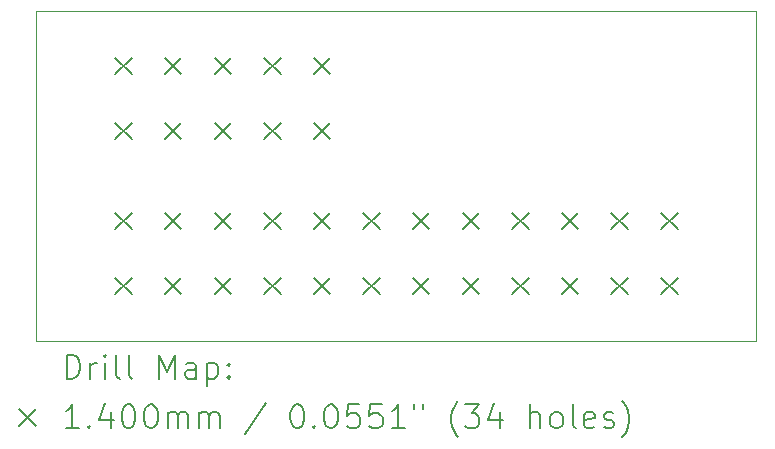
<source format=gbr>
%TF.GenerationSoftware,KiCad,Pcbnew,7.0.11*%
%TF.CreationDate,2024-08-14T14:51:31+09:00*%
%TF.ProjectId,mac_psu_atx_adapter,6d61635f-7073-4755-9f61-74785f616461,rev?*%
%TF.SameCoordinates,Original*%
%TF.FileFunction,Drillmap*%
%TF.FilePolarity,Positive*%
%FSLAX45Y45*%
G04 Gerber Fmt 4.5, Leading zero omitted, Abs format (unit mm)*
G04 Created by KiCad (PCBNEW 7.0.11) date 2024-08-14 14:51:31*
%MOMM*%
%LPD*%
G01*
G04 APERTURE LIST*
%ADD10C,0.100000*%
%ADD11C,0.200000*%
%ADD12C,0.140000*%
G04 APERTURE END LIST*
D10*
X11176000Y-8382000D02*
X17272000Y-8382000D01*
X17272000Y-11176000D01*
X11176000Y-11176000D01*
X11176000Y-8382000D01*
D11*
D12*
X11844000Y-8778000D02*
X11984000Y-8918000D01*
X11984000Y-8778000D02*
X11844000Y-8918000D01*
X11844000Y-9328000D02*
X11984000Y-9468000D01*
X11984000Y-9328000D02*
X11844000Y-9468000D01*
X11844000Y-10090000D02*
X11984000Y-10230000D01*
X11984000Y-10090000D02*
X11844000Y-10230000D01*
X11844000Y-10640000D02*
X11984000Y-10780000D01*
X11984000Y-10640000D02*
X11844000Y-10780000D01*
X12264000Y-8778000D02*
X12404000Y-8918000D01*
X12404000Y-8778000D02*
X12264000Y-8918000D01*
X12264000Y-9328000D02*
X12404000Y-9468000D01*
X12404000Y-9328000D02*
X12264000Y-9468000D01*
X12264000Y-10090000D02*
X12404000Y-10230000D01*
X12404000Y-10090000D02*
X12264000Y-10230000D01*
X12264000Y-10640000D02*
X12404000Y-10780000D01*
X12404000Y-10640000D02*
X12264000Y-10780000D01*
X12684000Y-8778000D02*
X12824000Y-8918000D01*
X12824000Y-8778000D02*
X12684000Y-8918000D01*
X12684000Y-9328000D02*
X12824000Y-9468000D01*
X12824000Y-9328000D02*
X12684000Y-9468000D01*
X12684000Y-10090000D02*
X12824000Y-10230000D01*
X12824000Y-10090000D02*
X12684000Y-10230000D01*
X12684000Y-10640000D02*
X12824000Y-10780000D01*
X12824000Y-10640000D02*
X12684000Y-10780000D01*
X13104000Y-8778000D02*
X13244000Y-8918000D01*
X13244000Y-8778000D02*
X13104000Y-8918000D01*
X13104000Y-9328000D02*
X13244000Y-9468000D01*
X13244000Y-9328000D02*
X13104000Y-9468000D01*
X13104000Y-10090000D02*
X13244000Y-10230000D01*
X13244000Y-10090000D02*
X13104000Y-10230000D01*
X13104000Y-10640000D02*
X13244000Y-10780000D01*
X13244000Y-10640000D02*
X13104000Y-10780000D01*
X13524000Y-8778000D02*
X13664000Y-8918000D01*
X13664000Y-8778000D02*
X13524000Y-8918000D01*
X13524000Y-9328000D02*
X13664000Y-9468000D01*
X13664000Y-9328000D02*
X13524000Y-9468000D01*
X13524000Y-10090000D02*
X13664000Y-10230000D01*
X13664000Y-10090000D02*
X13524000Y-10230000D01*
X13524000Y-10640000D02*
X13664000Y-10780000D01*
X13664000Y-10640000D02*
X13524000Y-10780000D01*
X13944000Y-10090000D02*
X14084000Y-10230000D01*
X14084000Y-10090000D02*
X13944000Y-10230000D01*
X13944000Y-10640000D02*
X14084000Y-10780000D01*
X14084000Y-10640000D02*
X13944000Y-10780000D01*
X14364000Y-10090000D02*
X14504000Y-10230000D01*
X14504000Y-10090000D02*
X14364000Y-10230000D01*
X14364000Y-10640000D02*
X14504000Y-10780000D01*
X14504000Y-10640000D02*
X14364000Y-10780000D01*
X14784000Y-10090000D02*
X14924000Y-10230000D01*
X14924000Y-10090000D02*
X14784000Y-10230000D01*
X14784000Y-10640000D02*
X14924000Y-10780000D01*
X14924000Y-10640000D02*
X14784000Y-10780000D01*
X15204000Y-10090000D02*
X15344000Y-10230000D01*
X15344000Y-10090000D02*
X15204000Y-10230000D01*
X15204000Y-10640000D02*
X15344000Y-10780000D01*
X15344000Y-10640000D02*
X15204000Y-10780000D01*
X15624000Y-10090000D02*
X15764000Y-10230000D01*
X15764000Y-10090000D02*
X15624000Y-10230000D01*
X15624000Y-10640000D02*
X15764000Y-10780000D01*
X15764000Y-10640000D02*
X15624000Y-10780000D01*
X16044000Y-10090000D02*
X16184000Y-10230000D01*
X16184000Y-10090000D02*
X16044000Y-10230000D01*
X16044000Y-10640000D02*
X16184000Y-10780000D01*
X16184000Y-10640000D02*
X16044000Y-10780000D01*
X16464000Y-10090000D02*
X16604000Y-10230000D01*
X16604000Y-10090000D02*
X16464000Y-10230000D01*
X16464000Y-10640000D02*
X16604000Y-10780000D01*
X16604000Y-10640000D02*
X16464000Y-10780000D01*
D11*
X11431777Y-11492484D02*
X11431777Y-11292484D01*
X11431777Y-11292484D02*
X11479396Y-11292484D01*
X11479396Y-11292484D02*
X11507967Y-11302008D01*
X11507967Y-11302008D02*
X11527015Y-11321055D01*
X11527015Y-11321055D02*
X11536539Y-11340103D01*
X11536539Y-11340103D02*
X11546062Y-11378198D01*
X11546062Y-11378198D02*
X11546062Y-11406769D01*
X11546062Y-11406769D02*
X11536539Y-11444865D01*
X11536539Y-11444865D02*
X11527015Y-11463912D01*
X11527015Y-11463912D02*
X11507967Y-11482960D01*
X11507967Y-11482960D02*
X11479396Y-11492484D01*
X11479396Y-11492484D02*
X11431777Y-11492484D01*
X11631777Y-11492484D02*
X11631777Y-11359150D01*
X11631777Y-11397246D02*
X11641301Y-11378198D01*
X11641301Y-11378198D02*
X11650824Y-11368674D01*
X11650824Y-11368674D02*
X11669872Y-11359150D01*
X11669872Y-11359150D02*
X11688920Y-11359150D01*
X11755586Y-11492484D02*
X11755586Y-11359150D01*
X11755586Y-11292484D02*
X11746062Y-11302008D01*
X11746062Y-11302008D02*
X11755586Y-11311531D01*
X11755586Y-11311531D02*
X11765110Y-11302008D01*
X11765110Y-11302008D02*
X11755586Y-11292484D01*
X11755586Y-11292484D02*
X11755586Y-11311531D01*
X11879396Y-11492484D02*
X11860348Y-11482960D01*
X11860348Y-11482960D02*
X11850824Y-11463912D01*
X11850824Y-11463912D02*
X11850824Y-11292484D01*
X11984158Y-11492484D02*
X11965110Y-11482960D01*
X11965110Y-11482960D02*
X11955586Y-11463912D01*
X11955586Y-11463912D02*
X11955586Y-11292484D01*
X12212729Y-11492484D02*
X12212729Y-11292484D01*
X12212729Y-11292484D02*
X12279396Y-11435341D01*
X12279396Y-11435341D02*
X12346062Y-11292484D01*
X12346062Y-11292484D02*
X12346062Y-11492484D01*
X12527015Y-11492484D02*
X12527015Y-11387722D01*
X12527015Y-11387722D02*
X12517491Y-11368674D01*
X12517491Y-11368674D02*
X12498443Y-11359150D01*
X12498443Y-11359150D02*
X12460348Y-11359150D01*
X12460348Y-11359150D02*
X12441301Y-11368674D01*
X12527015Y-11482960D02*
X12507967Y-11492484D01*
X12507967Y-11492484D02*
X12460348Y-11492484D01*
X12460348Y-11492484D02*
X12441301Y-11482960D01*
X12441301Y-11482960D02*
X12431777Y-11463912D01*
X12431777Y-11463912D02*
X12431777Y-11444865D01*
X12431777Y-11444865D02*
X12441301Y-11425817D01*
X12441301Y-11425817D02*
X12460348Y-11416293D01*
X12460348Y-11416293D02*
X12507967Y-11416293D01*
X12507967Y-11416293D02*
X12527015Y-11406769D01*
X12622253Y-11359150D02*
X12622253Y-11559150D01*
X12622253Y-11368674D02*
X12641301Y-11359150D01*
X12641301Y-11359150D02*
X12679396Y-11359150D01*
X12679396Y-11359150D02*
X12698443Y-11368674D01*
X12698443Y-11368674D02*
X12707967Y-11378198D01*
X12707967Y-11378198D02*
X12717491Y-11397246D01*
X12717491Y-11397246D02*
X12717491Y-11454388D01*
X12717491Y-11454388D02*
X12707967Y-11473436D01*
X12707967Y-11473436D02*
X12698443Y-11482960D01*
X12698443Y-11482960D02*
X12679396Y-11492484D01*
X12679396Y-11492484D02*
X12641301Y-11492484D01*
X12641301Y-11492484D02*
X12622253Y-11482960D01*
X12803205Y-11473436D02*
X12812729Y-11482960D01*
X12812729Y-11482960D02*
X12803205Y-11492484D01*
X12803205Y-11492484D02*
X12793682Y-11482960D01*
X12793682Y-11482960D02*
X12803205Y-11473436D01*
X12803205Y-11473436D02*
X12803205Y-11492484D01*
X12803205Y-11368674D02*
X12812729Y-11378198D01*
X12812729Y-11378198D02*
X12803205Y-11387722D01*
X12803205Y-11387722D02*
X12793682Y-11378198D01*
X12793682Y-11378198D02*
X12803205Y-11368674D01*
X12803205Y-11368674D02*
X12803205Y-11387722D01*
D12*
X11031000Y-11751000D02*
X11171000Y-11891000D01*
X11171000Y-11751000D02*
X11031000Y-11891000D01*
D11*
X11536539Y-11912484D02*
X11422253Y-11912484D01*
X11479396Y-11912484D02*
X11479396Y-11712484D01*
X11479396Y-11712484D02*
X11460348Y-11741055D01*
X11460348Y-11741055D02*
X11441301Y-11760103D01*
X11441301Y-11760103D02*
X11422253Y-11769627D01*
X11622253Y-11893436D02*
X11631777Y-11902960D01*
X11631777Y-11902960D02*
X11622253Y-11912484D01*
X11622253Y-11912484D02*
X11612729Y-11902960D01*
X11612729Y-11902960D02*
X11622253Y-11893436D01*
X11622253Y-11893436D02*
X11622253Y-11912484D01*
X11803205Y-11779150D02*
X11803205Y-11912484D01*
X11755586Y-11702960D02*
X11707967Y-11845817D01*
X11707967Y-11845817D02*
X11831777Y-11845817D01*
X11946062Y-11712484D02*
X11965110Y-11712484D01*
X11965110Y-11712484D02*
X11984158Y-11722008D01*
X11984158Y-11722008D02*
X11993682Y-11731531D01*
X11993682Y-11731531D02*
X12003205Y-11750579D01*
X12003205Y-11750579D02*
X12012729Y-11788674D01*
X12012729Y-11788674D02*
X12012729Y-11836293D01*
X12012729Y-11836293D02*
X12003205Y-11874388D01*
X12003205Y-11874388D02*
X11993682Y-11893436D01*
X11993682Y-11893436D02*
X11984158Y-11902960D01*
X11984158Y-11902960D02*
X11965110Y-11912484D01*
X11965110Y-11912484D02*
X11946062Y-11912484D01*
X11946062Y-11912484D02*
X11927015Y-11902960D01*
X11927015Y-11902960D02*
X11917491Y-11893436D01*
X11917491Y-11893436D02*
X11907967Y-11874388D01*
X11907967Y-11874388D02*
X11898443Y-11836293D01*
X11898443Y-11836293D02*
X11898443Y-11788674D01*
X11898443Y-11788674D02*
X11907967Y-11750579D01*
X11907967Y-11750579D02*
X11917491Y-11731531D01*
X11917491Y-11731531D02*
X11927015Y-11722008D01*
X11927015Y-11722008D02*
X11946062Y-11712484D01*
X12136539Y-11712484D02*
X12155586Y-11712484D01*
X12155586Y-11712484D02*
X12174634Y-11722008D01*
X12174634Y-11722008D02*
X12184158Y-11731531D01*
X12184158Y-11731531D02*
X12193682Y-11750579D01*
X12193682Y-11750579D02*
X12203205Y-11788674D01*
X12203205Y-11788674D02*
X12203205Y-11836293D01*
X12203205Y-11836293D02*
X12193682Y-11874388D01*
X12193682Y-11874388D02*
X12184158Y-11893436D01*
X12184158Y-11893436D02*
X12174634Y-11902960D01*
X12174634Y-11902960D02*
X12155586Y-11912484D01*
X12155586Y-11912484D02*
X12136539Y-11912484D01*
X12136539Y-11912484D02*
X12117491Y-11902960D01*
X12117491Y-11902960D02*
X12107967Y-11893436D01*
X12107967Y-11893436D02*
X12098443Y-11874388D01*
X12098443Y-11874388D02*
X12088920Y-11836293D01*
X12088920Y-11836293D02*
X12088920Y-11788674D01*
X12088920Y-11788674D02*
X12098443Y-11750579D01*
X12098443Y-11750579D02*
X12107967Y-11731531D01*
X12107967Y-11731531D02*
X12117491Y-11722008D01*
X12117491Y-11722008D02*
X12136539Y-11712484D01*
X12288920Y-11912484D02*
X12288920Y-11779150D01*
X12288920Y-11798198D02*
X12298443Y-11788674D01*
X12298443Y-11788674D02*
X12317491Y-11779150D01*
X12317491Y-11779150D02*
X12346063Y-11779150D01*
X12346063Y-11779150D02*
X12365110Y-11788674D01*
X12365110Y-11788674D02*
X12374634Y-11807722D01*
X12374634Y-11807722D02*
X12374634Y-11912484D01*
X12374634Y-11807722D02*
X12384158Y-11788674D01*
X12384158Y-11788674D02*
X12403205Y-11779150D01*
X12403205Y-11779150D02*
X12431777Y-11779150D01*
X12431777Y-11779150D02*
X12450824Y-11788674D01*
X12450824Y-11788674D02*
X12460348Y-11807722D01*
X12460348Y-11807722D02*
X12460348Y-11912484D01*
X12555586Y-11912484D02*
X12555586Y-11779150D01*
X12555586Y-11798198D02*
X12565110Y-11788674D01*
X12565110Y-11788674D02*
X12584158Y-11779150D01*
X12584158Y-11779150D02*
X12612729Y-11779150D01*
X12612729Y-11779150D02*
X12631777Y-11788674D01*
X12631777Y-11788674D02*
X12641301Y-11807722D01*
X12641301Y-11807722D02*
X12641301Y-11912484D01*
X12641301Y-11807722D02*
X12650824Y-11788674D01*
X12650824Y-11788674D02*
X12669872Y-11779150D01*
X12669872Y-11779150D02*
X12698443Y-11779150D01*
X12698443Y-11779150D02*
X12717491Y-11788674D01*
X12717491Y-11788674D02*
X12727015Y-11807722D01*
X12727015Y-11807722D02*
X12727015Y-11912484D01*
X13117491Y-11702960D02*
X12946063Y-11960103D01*
X13374634Y-11712484D02*
X13393682Y-11712484D01*
X13393682Y-11712484D02*
X13412729Y-11722008D01*
X13412729Y-11722008D02*
X13422253Y-11731531D01*
X13422253Y-11731531D02*
X13431777Y-11750579D01*
X13431777Y-11750579D02*
X13441301Y-11788674D01*
X13441301Y-11788674D02*
X13441301Y-11836293D01*
X13441301Y-11836293D02*
X13431777Y-11874388D01*
X13431777Y-11874388D02*
X13422253Y-11893436D01*
X13422253Y-11893436D02*
X13412729Y-11902960D01*
X13412729Y-11902960D02*
X13393682Y-11912484D01*
X13393682Y-11912484D02*
X13374634Y-11912484D01*
X13374634Y-11912484D02*
X13355586Y-11902960D01*
X13355586Y-11902960D02*
X13346063Y-11893436D01*
X13346063Y-11893436D02*
X13336539Y-11874388D01*
X13336539Y-11874388D02*
X13327015Y-11836293D01*
X13327015Y-11836293D02*
X13327015Y-11788674D01*
X13327015Y-11788674D02*
X13336539Y-11750579D01*
X13336539Y-11750579D02*
X13346063Y-11731531D01*
X13346063Y-11731531D02*
X13355586Y-11722008D01*
X13355586Y-11722008D02*
X13374634Y-11712484D01*
X13527015Y-11893436D02*
X13536539Y-11902960D01*
X13536539Y-11902960D02*
X13527015Y-11912484D01*
X13527015Y-11912484D02*
X13517491Y-11902960D01*
X13517491Y-11902960D02*
X13527015Y-11893436D01*
X13527015Y-11893436D02*
X13527015Y-11912484D01*
X13660348Y-11712484D02*
X13679396Y-11712484D01*
X13679396Y-11712484D02*
X13698444Y-11722008D01*
X13698444Y-11722008D02*
X13707967Y-11731531D01*
X13707967Y-11731531D02*
X13717491Y-11750579D01*
X13717491Y-11750579D02*
X13727015Y-11788674D01*
X13727015Y-11788674D02*
X13727015Y-11836293D01*
X13727015Y-11836293D02*
X13717491Y-11874388D01*
X13717491Y-11874388D02*
X13707967Y-11893436D01*
X13707967Y-11893436D02*
X13698444Y-11902960D01*
X13698444Y-11902960D02*
X13679396Y-11912484D01*
X13679396Y-11912484D02*
X13660348Y-11912484D01*
X13660348Y-11912484D02*
X13641301Y-11902960D01*
X13641301Y-11902960D02*
X13631777Y-11893436D01*
X13631777Y-11893436D02*
X13622253Y-11874388D01*
X13622253Y-11874388D02*
X13612729Y-11836293D01*
X13612729Y-11836293D02*
X13612729Y-11788674D01*
X13612729Y-11788674D02*
X13622253Y-11750579D01*
X13622253Y-11750579D02*
X13631777Y-11731531D01*
X13631777Y-11731531D02*
X13641301Y-11722008D01*
X13641301Y-11722008D02*
X13660348Y-11712484D01*
X13907967Y-11712484D02*
X13812729Y-11712484D01*
X13812729Y-11712484D02*
X13803206Y-11807722D01*
X13803206Y-11807722D02*
X13812729Y-11798198D01*
X13812729Y-11798198D02*
X13831777Y-11788674D01*
X13831777Y-11788674D02*
X13879396Y-11788674D01*
X13879396Y-11788674D02*
X13898444Y-11798198D01*
X13898444Y-11798198D02*
X13907967Y-11807722D01*
X13907967Y-11807722D02*
X13917491Y-11826769D01*
X13917491Y-11826769D02*
X13917491Y-11874388D01*
X13917491Y-11874388D02*
X13907967Y-11893436D01*
X13907967Y-11893436D02*
X13898444Y-11902960D01*
X13898444Y-11902960D02*
X13879396Y-11912484D01*
X13879396Y-11912484D02*
X13831777Y-11912484D01*
X13831777Y-11912484D02*
X13812729Y-11902960D01*
X13812729Y-11902960D02*
X13803206Y-11893436D01*
X14098444Y-11712484D02*
X14003206Y-11712484D01*
X14003206Y-11712484D02*
X13993682Y-11807722D01*
X13993682Y-11807722D02*
X14003206Y-11798198D01*
X14003206Y-11798198D02*
X14022253Y-11788674D01*
X14022253Y-11788674D02*
X14069872Y-11788674D01*
X14069872Y-11788674D02*
X14088920Y-11798198D01*
X14088920Y-11798198D02*
X14098444Y-11807722D01*
X14098444Y-11807722D02*
X14107967Y-11826769D01*
X14107967Y-11826769D02*
X14107967Y-11874388D01*
X14107967Y-11874388D02*
X14098444Y-11893436D01*
X14098444Y-11893436D02*
X14088920Y-11902960D01*
X14088920Y-11902960D02*
X14069872Y-11912484D01*
X14069872Y-11912484D02*
X14022253Y-11912484D01*
X14022253Y-11912484D02*
X14003206Y-11902960D01*
X14003206Y-11902960D02*
X13993682Y-11893436D01*
X14298444Y-11912484D02*
X14184158Y-11912484D01*
X14241301Y-11912484D02*
X14241301Y-11712484D01*
X14241301Y-11712484D02*
X14222253Y-11741055D01*
X14222253Y-11741055D02*
X14203206Y-11760103D01*
X14203206Y-11760103D02*
X14184158Y-11769627D01*
X14374634Y-11712484D02*
X14374634Y-11750579D01*
X14450825Y-11712484D02*
X14450825Y-11750579D01*
X14746063Y-11988674D02*
X14736539Y-11979150D01*
X14736539Y-11979150D02*
X14717491Y-11950579D01*
X14717491Y-11950579D02*
X14707968Y-11931531D01*
X14707968Y-11931531D02*
X14698444Y-11902960D01*
X14698444Y-11902960D02*
X14688920Y-11855341D01*
X14688920Y-11855341D02*
X14688920Y-11817246D01*
X14688920Y-11817246D02*
X14698444Y-11769627D01*
X14698444Y-11769627D02*
X14707968Y-11741055D01*
X14707968Y-11741055D02*
X14717491Y-11722008D01*
X14717491Y-11722008D02*
X14736539Y-11693436D01*
X14736539Y-11693436D02*
X14746063Y-11683912D01*
X14803206Y-11712484D02*
X14927015Y-11712484D01*
X14927015Y-11712484D02*
X14860348Y-11788674D01*
X14860348Y-11788674D02*
X14888920Y-11788674D01*
X14888920Y-11788674D02*
X14907968Y-11798198D01*
X14907968Y-11798198D02*
X14917491Y-11807722D01*
X14917491Y-11807722D02*
X14927015Y-11826769D01*
X14927015Y-11826769D02*
X14927015Y-11874388D01*
X14927015Y-11874388D02*
X14917491Y-11893436D01*
X14917491Y-11893436D02*
X14907968Y-11902960D01*
X14907968Y-11902960D02*
X14888920Y-11912484D01*
X14888920Y-11912484D02*
X14831777Y-11912484D01*
X14831777Y-11912484D02*
X14812729Y-11902960D01*
X14812729Y-11902960D02*
X14803206Y-11893436D01*
X15098444Y-11779150D02*
X15098444Y-11912484D01*
X15050825Y-11702960D02*
X15003206Y-11845817D01*
X15003206Y-11845817D02*
X15127015Y-11845817D01*
X15355587Y-11912484D02*
X15355587Y-11712484D01*
X15441301Y-11912484D02*
X15441301Y-11807722D01*
X15441301Y-11807722D02*
X15431777Y-11788674D01*
X15431777Y-11788674D02*
X15412730Y-11779150D01*
X15412730Y-11779150D02*
X15384158Y-11779150D01*
X15384158Y-11779150D02*
X15365110Y-11788674D01*
X15365110Y-11788674D02*
X15355587Y-11798198D01*
X15565110Y-11912484D02*
X15546063Y-11902960D01*
X15546063Y-11902960D02*
X15536539Y-11893436D01*
X15536539Y-11893436D02*
X15527015Y-11874388D01*
X15527015Y-11874388D02*
X15527015Y-11817246D01*
X15527015Y-11817246D02*
X15536539Y-11798198D01*
X15536539Y-11798198D02*
X15546063Y-11788674D01*
X15546063Y-11788674D02*
X15565110Y-11779150D01*
X15565110Y-11779150D02*
X15593682Y-11779150D01*
X15593682Y-11779150D02*
X15612730Y-11788674D01*
X15612730Y-11788674D02*
X15622253Y-11798198D01*
X15622253Y-11798198D02*
X15631777Y-11817246D01*
X15631777Y-11817246D02*
X15631777Y-11874388D01*
X15631777Y-11874388D02*
X15622253Y-11893436D01*
X15622253Y-11893436D02*
X15612730Y-11902960D01*
X15612730Y-11902960D02*
X15593682Y-11912484D01*
X15593682Y-11912484D02*
X15565110Y-11912484D01*
X15746063Y-11912484D02*
X15727015Y-11902960D01*
X15727015Y-11902960D02*
X15717491Y-11883912D01*
X15717491Y-11883912D02*
X15717491Y-11712484D01*
X15898444Y-11902960D02*
X15879396Y-11912484D01*
X15879396Y-11912484D02*
X15841301Y-11912484D01*
X15841301Y-11912484D02*
X15822253Y-11902960D01*
X15822253Y-11902960D02*
X15812730Y-11883912D01*
X15812730Y-11883912D02*
X15812730Y-11807722D01*
X15812730Y-11807722D02*
X15822253Y-11788674D01*
X15822253Y-11788674D02*
X15841301Y-11779150D01*
X15841301Y-11779150D02*
X15879396Y-11779150D01*
X15879396Y-11779150D02*
X15898444Y-11788674D01*
X15898444Y-11788674D02*
X15907968Y-11807722D01*
X15907968Y-11807722D02*
X15907968Y-11826769D01*
X15907968Y-11826769D02*
X15812730Y-11845817D01*
X15984158Y-11902960D02*
X16003206Y-11912484D01*
X16003206Y-11912484D02*
X16041301Y-11912484D01*
X16041301Y-11912484D02*
X16060349Y-11902960D01*
X16060349Y-11902960D02*
X16069872Y-11883912D01*
X16069872Y-11883912D02*
X16069872Y-11874388D01*
X16069872Y-11874388D02*
X16060349Y-11855341D01*
X16060349Y-11855341D02*
X16041301Y-11845817D01*
X16041301Y-11845817D02*
X16012730Y-11845817D01*
X16012730Y-11845817D02*
X15993682Y-11836293D01*
X15993682Y-11836293D02*
X15984158Y-11817246D01*
X15984158Y-11817246D02*
X15984158Y-11807722D01*
X15984158Y-11807722D02*
X15993682Y-11788674D01*
X15993682Y-11788674D02*
X16012730Y-11779150D01*
X16012730Y-11779150D02*
X16041301Y-11779150D01*
X16041301Y-11779150D02*
X16060349Y-11788674D01*
X16136539Y-11988674D02*
X16146063Y-11979150D01*
X16146063Y-11979150D02*
X16165111Y-11950579D01*
X16165111Y-11950579D02*
X16174634Y-11931531D01*
X16174634Y-11931531D02*
X16184158Y-11902960D01*
X16184158Y-11902960D02*
X16193682Y-11855341D01*
X16193682Y-11855341D02*
X16193682Y-11817246D01*
X16193682Y-11817246D02*
X16184158Y-11769627D01*
X16184158Y-11769627D02*
X16174634Y-11741055D01*
X16174634Y-11741055D02*
X16165111Y-11722008D01*
X16165111Y-11722008D02*
X16146063Y-11693436D01*
X16146063Y-11693436D02*
X16136539Y-11683912D01*
M02*

</source>
